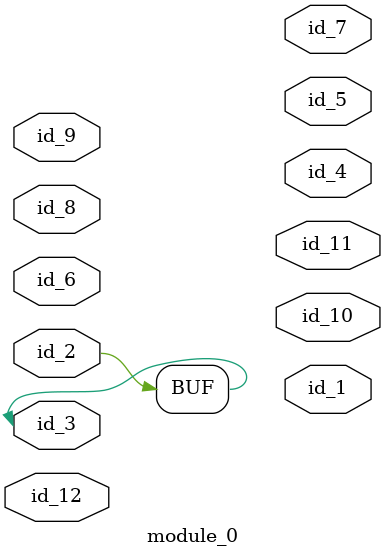
<source format=v>
module module_0 (
    id_1,
    id_2,
    id_3,
    id_4,
    id_5,
    id_6,
    id_7,
    id_8,
    id_9,
    id_10,
    id_11,
    id_12
);
  input id_12;
  output id_11;
  output id_10;
  inout id_9;
  input id_8;
  output id_7;
  input id_6;
  output id_5;
  output id_4;
  inout id_3;
  input id_2;
  output id_1;
  assign id_3 = id_2;
endmodule

</source>
